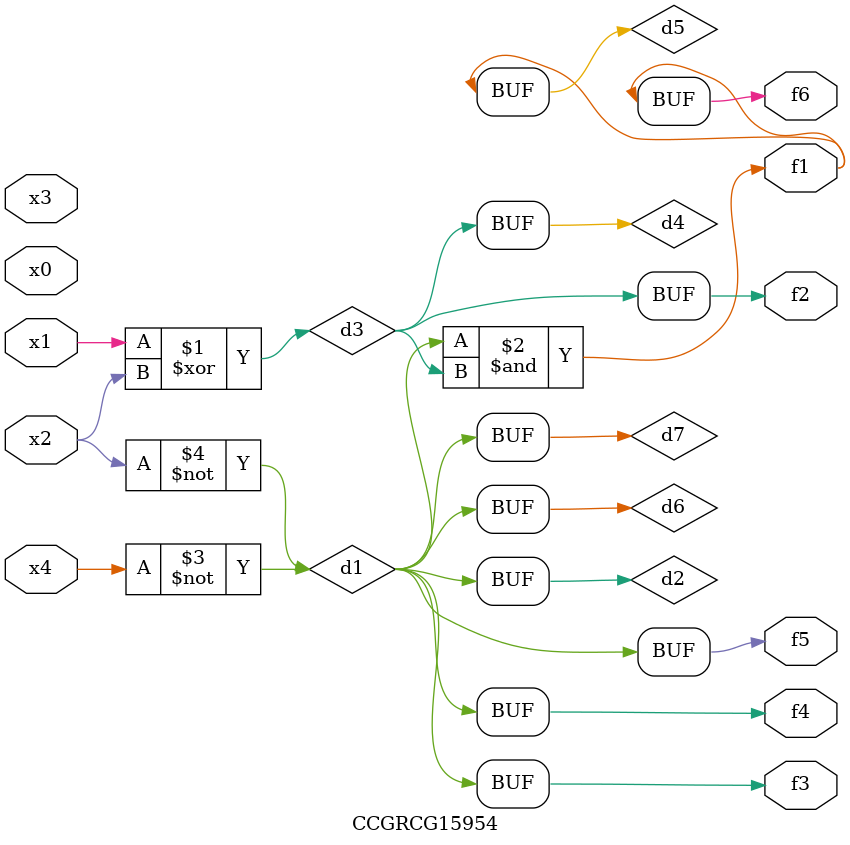
<source format=v>
module CCGRCG15954(
	input x0, x1, x2, x3, x4,
	output f1, f2, f3, f4, f5, f6
);

	wire d1, d2, d3, d4, d5, d6, d7;

	not (d1, x4);
	not (d2, x2);
	xor (d3, x1, x2);
	buf (d4, d3);
	and (d5, d1, d3);
	buf (d6, d1, d2);
	buf (d7, d2);
	assign f1 = d5;
	assign f2 = d4;
	assign f3 = d7;
	assign f4 = d7;
	assign f5 = d7;
	assign f6 = d5;
endmodule

</source>
